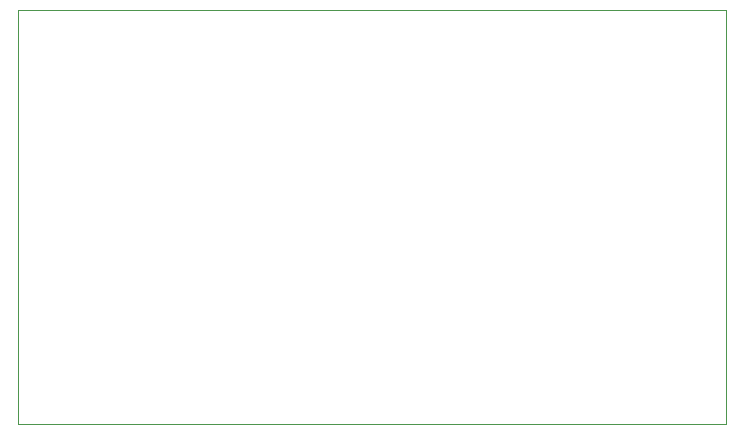
<source format=gbr>
%FSLAX34Y34*%
%MOMM*%
%LNOUTLINE*%
G71*
G01*
%ADD10C,0.002*%
%LPD*%
G54D10*
X0Y350000D02*
X600000Y350000D01*
X600000Y0D01*
X0Y0D01*
X0Y350000D01*
M02*

</source>
